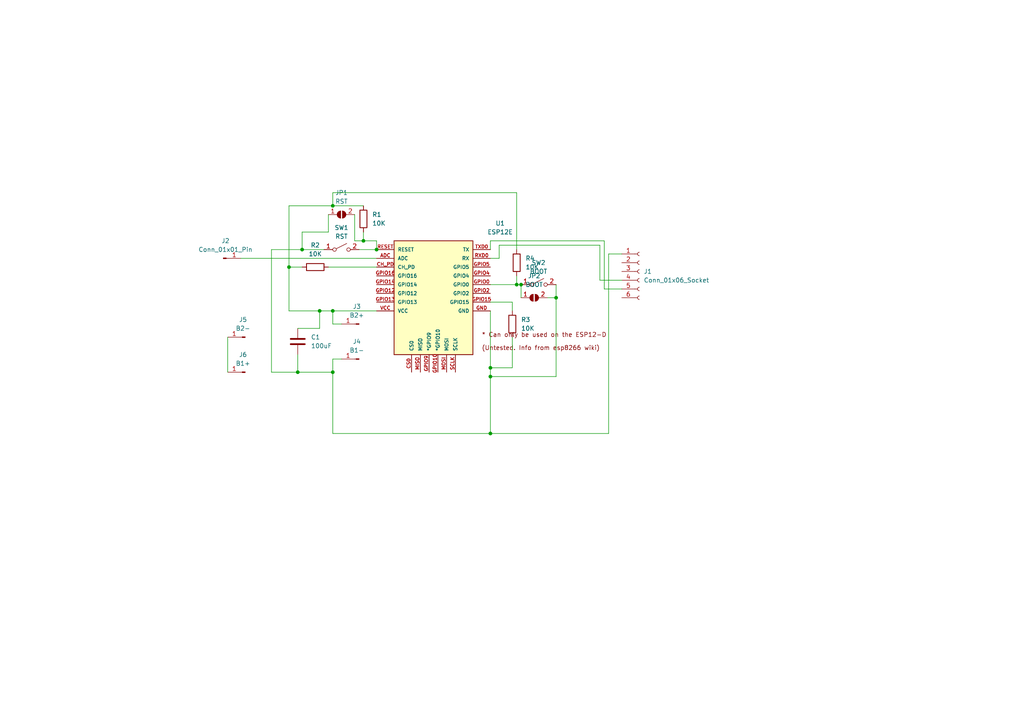
<source format=kicad_sch>
(kicad_sch (version 20230121) (generator eeschema)
  (paper "A4")
  (lib_symbols
    (symbol "Connector:Conn_01x01_Pin" (pin_names (offset 1.016) hide)
      (property "Reference" "J" (at 0 2.54 0))
      (property "Value" "Conn_01x01_Pin" (at 0 -2.54 0))
      (symbol "Conn_01x01_Pin_1_1"
        (polyline (pts (xy 1.27 0) (xy 0.8636 0)) (stroke (width 0.1524)))
        (rectangle (start 0.8636 0.127) (end 0 -0.127) (stroke (width 0.1524)) (fill (type outline)))
        (pin passive line (at 5.08 0 180) (length 3.81) (name "Pin_1") (number "1"))
      )
    )
    (symbol "Connector:Conn_01x06_Socket" (pin_names (offset 1.016) hide)
      (property "Reference" "J" (at 0 7.62 0))
      (property "Value" "Conn_01x06_Socket" (at 0 -10.16 0))
      (symbol "Conn_01x06_Socket_1_1"
        (arc (start 0 -7.112) (mid -0.5058 -7.62) (end 0 -8.128) (stroke (width 0.1524)))
        (arc (start 0 -4.572) (mid -0.5058 -5.08) (end 0 -5.588) (stroke (width 0.1524)))
        (arc (start 0 -2.032) (mid -0.5058 -2.54) (end 0 -3.048) (stroke (width 0.1524)))
        (polyline (pts (xy -1.27 -7.62) (xy -0.508 -7.62)) (stroke (width 0.1524)))
        (polyline (pts (xy -1.27 -5.08) (xy -0.508 -5.08)) (stroke (width 0.1524)))
        (polyline (pts (xy -1.27 -2.54) (xy -0.508 -2.54)) (stroke (width 0.1524)))
        (polyline (pts (xy -1.27 0) (xy -0.508 0)) (stroke (width 0.1524)))
        (polyline (pts (xy -1.27 2.54) (xy -0.508 2.54)) (stroke (width 0.1524)))
        (polyline (pts (xy -1.27 5.08) (xy -0.508 5.08)) (stroke (width 0.1524)))
        (arc (start 0 0.508) (mid -0.5058 0) (end 0 -0.508) (stroke (width 0.1524)))
        (arc (start 0 3.048) (mid -0.5058 2.54) (end 0 2.032) (stroke (width 0.1524)))
        (arc (start 0 5.588) (mid -0.5058 5.08) (end 0 4.572) (stroke (width 0.1524)))
        (pin passive line (at -5.08 5.08 0) (length 3.81) (name "Pin_1") (number "1"))
        (pin passive line (at -5.08 2.54 0) (length 3.81) (name "Pin_2") (number "2"))
        (pin passive line (at -5.08 0 0) (length 3.81) (name "Pin_3") (number "3"))
        (pin passive line (at -5.08 -2.54 0) (length 3.81) (name "Pin_4") (number "4"))
        (pin passive line (at -5.08 -5.08 0) (length 3.81) (name "Pin_5") (number "5"))
        (pin passive line (at -5.08 -7.62 0) (length 3.81) (name "Pin_6") (number "6"))
      )
    )
    (symbol "Device:C" (pin_numbers hide) (pin_names (offset 0.254))
      (property "Reference" "C" (at 0.635 2.54 0))
      (property "Value" "C" (at 0.635 -2.54 0))
      (symbol "C_0_1"
        (polyline (pts (xy -2.032 -0.762) (xy 2.032 -0.762)) (stroke (width 0.508)))
        (polyline (pts (xy -2.032 0.762) (xy 2.032 0.762)) (stroke (width 0.508)))
      )
      (symbol "C_1_1"
        (pin passive line (at 0 3.81 270) (length 2.794) (name "~") (number "1"))
        (pin passive line (at 0 -3.81 90) (length 2.794) (name "~") (number "2"))
      )
    )
    (symbol "Device:R" (pin_numbers hide) (pin_names (offset 0))
      (property "Reference" "R" (at 2.032 0 90))
      (property "Value" "R" (at 0 0 90))
      (symbol "R_0_1"
        (rectangle (start -1.016 -2.54) (end 1.016 2.54) (stroke (width 0.254)))
      )
      (symbol "R_1_1"
        (pin passive line (at 0 3.81 270) (length 1.27) (name "~") (number "1"))
        (pin passive line (at 0 -3.81 90) (length 1.27) (name "~") (number "2"))
      )
    )
    (symbol "ESP12E:ESP12E" (pin_names (offset 1.016))
      (property "Reference" "U" (at -12.7 10.16 0))
      (property "Value" "ESP12E" (at 7.62 -25.4 0))
      (symbol "ESP12E_0_0"
        (rectangle (start -12.7 -22.86) (end 10.16 10.16) (stroke (width 0.254)) (fill (type background)))
        (text "(Untested. Info from esp8266 wiki)" (at 12.7 -21.59 0) (effects (font (size 1.27 1.27)) (justify left bottom)))
        (text "* Can only be used on the ESP12-D" (at 12.7 -17.78 0) (effects (font (size 1.27 1.27)) (justify left bottom)))
        (pin bidirectional line (at -17.78 5.08 0) (length 5.08) (name "ADC") (number "ADC"))
        (pin bidirectional line (at -17.78 2.54 0) (length 5.08) (name "CH_PD") (number "CH_PD"))
        (pin bidirectional line (at -7.62 -27.94 90) (length 5.08) (name "CS0") (number "CS0"))
        (pin bidirectional line (at 15.24 -10.16 180) (length 5.08) (name "GND") (number "GND"))
        (pin bidirectional line (at 15.24 -2.54 180) (length 5.08) (name "GPIO0") (number "GPIO0"))
        (pin bidirectional line (at 0 -27.94 90) (length 5.08) (name "*GPIO10") (number "GPIO10"))
        (pin bidirectional line (at -17.78 -5.08 0) (length 5.08) (name "GPIO12") (number "GPIO12"))
        (pin bidirectional line (at -17.78 -7.62 0) (length 5.08) (name "GPIO13") (number "GPIO13"))
        (pin bidirectional line (at -17.78 -2.54 0) (length 5.08) (name "GPIO14") (number "GPIO14"))
        (pin bidirectional line (at 15.24 -7.62 180) (length 5.08) (name "GPIO15") (number "GPIO15"))
        (pin bidirectional line (at -17.78 0 0) (length 5.08) (name "GPIO16") (number "GPIO16"))
        (pin bidirectional line (at 15.24 -5.08 180) (length 5.08) (name "GPIO2") (number "GPIO2"))
        (pin bidirectional line (at 15.24 0 180) (length 5.08) (name "GPIO4") (number "GPIO4"))
        (pin bidirectional line (at 15.24 2.54 180) (length 5.08) (name "GPIO5") (number "GPIO5"))
        (pin bidirectional line (at -2.54 -27.94 90) (length 5.08) (name "*GPIO9") (number "GPIO9"))
        (pin bidirectional line (at -5.08 -27.94 90) (length 5.08) (name "MISO") (number "MISO"))
        (pin bidirectional line (at 2.54 -27.94 90) (length 5.08) (name "MOSI") (number "MOSI"))
        (pin bidirectional line (at -17.78 7.62 0) (length 5.08) (name "RESET") (number "RESET"))
        (pin bidirectional line (at 15.24 5.08 180) (length 5.08) (name "RX") (number "RXD0"))
        (pin bidirectional line (at 5.08 -27.94 90) (length 5.08) (name "SCLK") (number "SCLK"))
        (pin bidirectional line (at 15.24 7.62 180) (length 5.08) (name "TX") (number "TXD0"))
        (pin bidirectional line (at -17.78 -10.16 0) (length 5.08) (name "VCC") (number "VCC"))
      )
    )
    (symbol "Jumper:SolderJumper_2_Open" (pin_names (offset 0) hide)
      (property "Reference" "JP" (at 0 2.032 0))
      (property "Value" "SolderJumper_2_Open" (at 0 -2.54 0))
      (symbol "SolderJumper_2_Open_0_1"
        (arc (start -0.254 1.016) (mid -1.2656 0) (end -0.254 -1.016))
        (arc (start -0.254 1.016) (mid -1.2656 0) (end -0.254 -1.016) (fill (type outline)))
        (polyline (pts (xy -0.254 1.016) (xy -0.254 -1.016)))
        (polyline (pts (xy 0.254 1.016) (xy 0.254 -1.016)))
        (arc (start 0.254 -1.016) (mid 1.2656 0) (end 0.254 1.016))
        (arc (start 0.254 -1.016) (mid 1.2656 0) (end 0.254 1.016) (fill (type outline)))
      )
      (symbol "SolderJumper_2_Open_1_1"
        (pin passive line (at -3.81 0 0) (length 2.54) (name "A") (number "1"))
        (pin passive line (at 3.81 0 180) (length 2.54) (name "B") (number "2"))
      )
    )
    (symbol "Switch:SW_SPST" (pin_names (offset 0) hide)
      (property "Reference" "SW" (at 0 3.175 0))
      (property "Value" "SW_SPST" (at 0 -2.54 0))
      (symbol "SW_SPST_0_0"
        (circle (center -2.032 0) (radius 0.508))
        (polyline (pts (xy -1.524 0.254) (xy 1.524 1.778)))
        (circle (center 2.032 0) (radius 0.508))
      )
      (symbol "SW_SPST_1_1"
        (pin passive line (at -5.08 0 0) (length 2.54) (name "A") (number "1"))
        (pin passive line (at 5.08 0 180) (length 2.54) (name "B") (number "2"))
      )
    )
  )
  (junction (at 92.71 90.17))
  (junction (at 142.24 125.73))
  (junction (at 149.86 82.55))
  (junction (at 109.22 72.39))
  (junction (at 87.63 72.39))
  (junction (at 151.13 82.55))
  (junction (at 83.82 77.47))
  (junction (at 142.24 109.22))
  (junction (at 96.52 107.95))
  (junction (at 96.52 59.69))
  (junction (at 96.52 90.17))
  (junction (at 105.41 69.85))
  (junction (at 142.24 106.68))
  (junction (at 161.29 86.36))
  (junction (at 86.36 107.95))
  (wire (pts (xy 149.86 80.01) (xy 149.86 82.55)))
  (wire (pts (xy 96.52 125.73) (xy 96.52 107.95)))
  (wire (pts (xy 142.24 109.22) (xy 142.24 125.73)))
  (wire (pts (xy 142.24 125.73) (xy 96.52 125.73)))
  (wire (pts (xy 176.53 125.73) (xy 176.53 73.66)))
  (wire (pts (xy 144.78 74.93) (xy 142.24 74.93)))
  (wire (pts (xy 161.29 86.36) (xy 161.29 109.22)))
  (wire (pts (xy 95.25 67.31) (xy 87.63 67.31)))
  (wire (pts (xy 83.82 77.47) (xy 87.63 77.47)))
  (wire (pts (xy 87.63 72.39) (xy 93.98 72.39)))
  (wire (pts (xy 173.99 81.28) (xy 173.99 71.12)))
  (wire (pts (xy 86.36 107.95) (xy 96.52 107.95)))
  (wire (pts (xy 96.52 90.17) (xy 96.52 93.98)))
  (wire (pts (xy 96.52 93.98) (xy 99.06 93.98)))
  (wire (pts (xy 158.75 86.36) (xy 161.29 86.36)))
  (wire (pts (xy 78.74 72.39) (xy 78.74 107.95)))
  (wire (pts (xy 148.59 87.63) (xy 148.59 90.17)))
  (wire (pts (xy 173.99 71.12) (xy 144.78 71.12)))
  (wire (pts (xy 175.26 69.85) (xy 142.24 69.85)))
  (wire (pts (xy 78.74 107.95) (xy 86.36 107.95)))
  (wire (pts (xy 149.86 72.39) (xy 149.86 55.88)))
  (wire (pts (xy 148.59 106.68) (xy 142.24 106.68)))
  (wire (pts (xy 142.24 106.68) (xy 142.24 109.22)))
  (wire (pts (xy 83.82 90.17) (xy 92.71 90.17)))
  (wire (pts (xy 161.29 82.55) (xy 161.29 86.36)))
  (wire (pts (xy 92.71 95.25) (xy 92.71 90.17)))
  (wire (pts (xy 87.63 67.31) (xy 87.63 72.39)))
  (wire (pts (xy 109.22 90.17) (xy 96.52 90.17)))
  (wire (pts (xy 180.34 81.28) (xy 173.99 81.28)))
  (wire (pts (xy 142.24 87.63) (xy 148.59 87.63)))
  (wire (pts (xy 175.26 83.82) (xy 175.26 69.85)))
  (wire (pts (xy 180.34 83.82) (xy 175.26 83.82)))
  (wire (pts (xy 148.59 97.79) (xy 148.59 106.68)))
  (wire (pts (xy 109.22 69.85) (xy 109.22 72.39)))
  (wire (pts (xy 142.24 69.85) (xy 142.24 72.39)))
  (wire (pts (xy 176.53 73.66) (xy 180.34 73.66)))
  (wire (pts (xy 95.25 62.23) (xy 95.25 67.31)))
  (wire (pts (xy 78.74 72.39) (xy 87.63 72.39)))
  (wire (pts (xy 86.36 102.87) (xy 86.36 107.95)))
  (wire (pts (xy 69.85 74.93) (xy 109.22 74.93)))
  (wire (pts (xy 92.71 90.17) (xy 96.52 90.17)))
  (wire (pts (xy 105.41 69.85) (xy 109.22 69.85)))
  (wire (pts (xy 102.87 62.23) (xy 102.87 69.85)))
  (wire (pts (xy 66.04 97.79) (xy 66.04 107.95)))
  (wire (pts (xy 83.82 59.69) (xy 83.82 77.47)))
  (wire (pts (xy 149.86 55.88) (xy 96.52 55.88)))
  (wire (pts (xy 105.41 67.31) (xy 105.41 69.85)))
  (wire (pts (xy 102.87 69.85) (xy 105.41 69.85)))
  (wire (pts (xy 96.52 59.69) (xy 83.82 59.69)))
  (wire (pts (xy 142.24 82.55) (xy 149.86 82.55)))
  (wire (pts (xy 142.24 90.17) (xy 142.24 106.68)))
  (wire (pts (xy 104.14 72.39) (xy 109.22 72.39)))
  (wire (pts (xy 96.52 104.14) (xy 99.06 104.14)))
  (wire (pts (xy 151.13 86.36) (xy 151.13 82.55)))
  (wire (pts (xy 105.41 59.69) (xy 96.52 59.69)))
  (wire (pts (xy 144.78 71.12) (xy 144.78 74.93)))
  (wire (pts (xy 142.24 125.73) (xy 176.53 125.73)))
  (wire (pts (xy 96.52 107.95) (xy 96.52 104.14)))
  (wire (pts (xy 96.52 55.88) (xy 96.52 59.69)))
  (wire (pts (xy 149.86 82.55) (xy 151.13 82.55)))
  (wire (pts (xy 86.36 95.25) (xy 92.71 95.25)))
  (wire (pts (xy 161.29 109.22) (xy 142.24 109.22)))
  (wire (pts (xy 109.22 77.47) (xy 95.25 77.47)))
  (wire (pts (xy 83.82 77.47) (xy 83.82 90.17)))
  (symbol (lib_id "Connector:Conn_01x06_Socket") (at 185.42 78.74 0) (unit 1)
    (property "Reference" "J1" (at 186.69 78.74 0) (effects (justify left)))
    (property "Value" "Conn_01x06_Socket" (at 186.69 81.28 0) (effects (justify left)))
    (property "Footprint" "Connector_PinHeader_2.54mm:PinHeader_1x06_P2.54mm_Vertical" (effects hide))
  )
  (symbol (lib_id "Device:C") (at 86.36 99.06 0) (unit 1)
    (property "Reference" "C1" (at 90.17 97.79 0) (effects (justify left)))
    (property "Value" "100uF" (at 90.17 100.33 0) (effects (justify left)))
    (property "Footprint" "Capacitor_SMD:C_0402_1005Metric_Pad0.74x0.62mm_HandSolder" (effects hide))
  )
  (symbol (lib_id "Connector:Conn_01x01_Pin") (at 64.77 74.93 0) (unit 1)
    (property "Reference" "J2" (at 65.405 69.85 0))
    (property "Value" "Conn_01x01_Pin" (at 65.405 72.39 0))
    (property "Footprint" "MountingHole:MountingHole_3.2mm_M3_DIN965_Pad" (effects hide))
  )
  (symbol (lib_id "Jumper:SolderJumper_2_Open") (at 99.06 62.23 0) (unit 1)
    (property "Reference" "JP1" (at 99.06 55.88 0))
    (property "Value" "RST" (at 99.06 58.42 0))
    (property "Footprint" "Jumper:SolderJumper-2_P1.3mm_Open_Pad1.0x1.5mm" (effects hide))
  )
  (symbol (lib_id "Jumper:SolderJumper_2_Open") (at 154.94 86.36 0) (unit 1)
    (property "Reference" "JP2" (at 154.94 80.01 0))
    (property "Value" "BOOT" (at 154.94 82.55 0))
    (property "Footprint" "Jumper:SolderJumper-2_P1.3mm_Open_Pad1.0x1.5mm" (effects hide))
  )
  (symbol (lib_id "Connector:Conn_01x01_Pin") (at 71.12 97.79 180) (unit 1)
    (property "Reference" "J5" (at 70.485 92.71 0))
    (property "Value" "B2-" (at 70.485 95.25 0))
    (property "Footprint" "Connector_PinHeader_2.54mm:PinHeader_1x01_P2.54mm_Vertical" (effects hide))
  )
  (symbol (lib_id "Switch:SW_SPST") (at 99.06 72.39 0) (unit 1)
    (property "Reference" "SW1" (at 99.06 66.04 0))
    (property "Value" "RST" (at 99.06 68.58 0))
  )
  (symbol (lib_id "ESP12E:ESP12E") (at 127 80.01 0) (unit 1)
    (property "Reference" "U1" (at 145.0692 64.77 0))
    (property "Value" "ESP12E" (at 145.0692 67.31 0))
    (property "Footprint" "ESP12E:ESP12E-SMD" (effects hide))
    (property "MF" "AI-Thinker" (effects hide))
    (property "Description" "\nFLEXYPIN ADAPTER - ESP-07/ESP-12\n" (effects hide))
    (property "Package" "Package" (effects hide))
    (property "Price" "None" (effects hide))
    (property "SnapEDA_Link" "https://www.snapeda.com/parts/ESP-12E/AI-Thinker/view-part/?ref=snap" (effects hide))
    (property "MP" "ESP-12E" (effects hide))
    (property "Availability" "Not in stock" (effects hide))
    (property "Check_prices" "https://www.snapeda.com/parts/ESP-12E/AI-Thinker/view-part/?ref=eda" (effects hide))
  )
  (symbol (lib_id "Connector:Conn_01x01_Pin") (at 104.14 104.14 180) (unit 1)
    (property "Reference" "J4" (at 103.505 99.06 0))
    (property "Value" "B1-" (at 103.505 101.6 0))
    (property "Footprint" "Connector_PinHeader_2.54mm:PinHeader_1x01_P2.54mm_Vertical" (effects hide))
  )
  (symbol (lib_id "Device:R") (at 149.86 76.2 180) (unit 1)
    (property "Reference" "R4" (at 152.4 74.93 0) (effects (justify right)))
    (property "Value" "10K" (at 152.4 77.47 0) (effects (justify right)))
    (property "Footprint" "Resistor_SMD:R_0603_1608Metric_Pad0.98x0.95mm_HandSolder" (effects hide))
  )
  (symbol (lib_id "Connector:Conn_01x01_Pin") (at 104.14 93.98 180) (unit 1)
    (property "Reference" "J3" (at 103.505 88.9 0))
    (property "Value" "B2+" (at 103.505 91.44 0))
    (property "Footprint" "Connector_PinHeader_2.54mm:PinHeader_1x01_P2.54mm_Vertical" (effects hide))
  )
  (symbol (lib_id "Switch:SW_SPST") (at 156.21 82.55 0) (unit 1)
    (property "Reference" "SW2" (at 156.21 76.2 0))
    (property "Value" "BOOT" (at 156.21 78.74 0))
  )
  (symbol (lib_id "Device:R") (at 91.44 77.47 270) (unit 1)
    (property "Reference" "R2" (at 91.44 71.12 90))
    (property "Value" "10K" (at 91.44 73.66 90))
    (property "Footprint" "Resistor_SMD:R_0603_1608Metric_Pad0.98x0.95mm_HandSolder" (effects hide))
  )
  (symbol (lib_id "Device:R") (at 105.41 63.5 180) (unit 1)
    (property "Reference" "R1" (at 107.95 62.23 0) (effects (justify right)))
    (property "Value" "10K" (at 107.95 64.77 0) (effects (justify right)))
    (property "Footprint" "Resistor_SMD:R_0603_1608Metric_Pad0.98x0.95mm_HandSolder" (effects hide))
  )
  (symbol (lib_id "Connector:Conn_01x01_Pin") (at 71.12 107.95 180) (unit 1)
    (property "Reference" "J6" (at 70.485 102.87 0))
    (property "Value" "B1+" (at 70.485 105.41 0))
    (property "Footprint" "Connector_PinHeader_2.54mm:PinHeader_1x01_P2.54mm_Vertical" (effects hide))
  )
  (symbol (lib_id "Device:R") (at 148.59 93.98 180) (unit 1)
    (property "Reference" "R3" (at 151.13 92.71 0) (effects (justify right)))
    (property "Value" "10K" (at 151.13 95.25 0) (effects (justify right)))
    (property "Footprint" "Resistor_SMD:R_0603_1608Metric_Pad0.98x0.95mm_HandSolder" (effects hide))
  )
)
</source>
